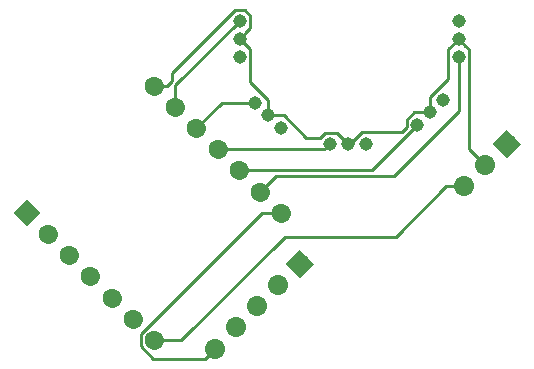
<source format=gbr>
G04 #@! TF.GenerationSoftware,KiCad,Pcbnew,(5.1.2)-2*
G04 #@! TF.CreationDate,2020-06-24T22:01:00-05:00*
G04 #@! TF.ProjectId,HallSensorDevBoard,48616c6c-5365-46e7-936f-72446576426f,rev?*
G04 #@! TF.SameCoordinates,Original*
G04 #@! TF.FileFunction,Copper,L1,Top*
G04 #@! TF.FilePolarity,Positive*
%FSLAX46Y46*%
G04 Gerber Fmt 4.6, Leading zero omitted, Abs format (unit mm)*
G04 Created by KiCad (PCBNEW (5.1.2)-2) date 2020-06-24 22:01:00*
%MOMM*%
%LPD*%
G04 APERTURE LIST*
%ADD10C,1.600000*%
%ADD11C,1.600000*%
%ADD12C,0.100000*%
%ADD13C,1.700000*%
%ADD14C,1.700000*%
%ADD15C,1.143000*%
%ADD16C,0.250000*%
G04 APERTURE END LIST*
D10*
X105518307Y-92855693D03*
D11*
X105518307Y-92855693D02*
X105518307Y-92855693D01*
D10*
X105518307Y-114408307D03*
D11*
X105518307Y-114408307D02*
X105518307Y-114408307D01*
D10*
X107314359Y-94651744D03*
D11*
X107314359Y-94651744D02*
X107314359Y-94651744D01*
D10*
X103722256Y-112612256D03*
D11*
X103722256Y-112612256D02*
X103722256Y-112612256D01*
D10*
X109110410Y-96447795D03*
D11*
X109110410Y-96447795D02*
X109110410Y-96447795D01*
D10*
X101926205Y-110816205D03*
D11*
X101926205Y-110816205D02*
X101926205Y-110816205D01*
D10*
X110906461Y-98243846D03*
D11*
X110906461Y-98243846D02*
X110906461Y-98243846D01*
D10*
X100130154Y-109020154D03*
D11*
X100130154Y-109020154D02*
X100130154Y-109020154D01*
D10*
X112702512Y-100039898D03*
D11*
X112702512Y-100039898D02*
X112702512Y-100039898D01*
D10*
X98334102Y-107224102D03*
D11*
X98334102Y-107224102D02*
X98334102Y-107224102D01*
D10*
X114498563Y-101835949D03*
D11*
X114498563Y-101835949D02*
X114498563Y-101835949D01*
D10*
X96538051Y-105428051D03*
D11*
X96538051Y-105428051D02*
X96538051Y-105428051D01*
D10*
X116294615Y-103632000D03*
D11*
X116294615Y-103632000D02*
X116294615Y-103632000D01*
D10*
X94742000Y-103632000D03*
D12*
G36*
X94742000Y-104763371D02*
G01*
X93610629Y-103632000D01*
X94742000Y-102500629D01*
X95873371Y-103632000D01*
X94742000Y-104763371D01*
X94742000Y-104763371D01*
G37*
D13*
X131789898Y-101382102D03*
D14*
X131789898Y-101382102D02*
X131789898Y-101382102D01*
D13*
X133585949Y-99586051D03*
D14*
X133585949Y-99586051D02*
X133585949Y-99586051D01*
D13*
X135382000Y-97790000D03*
D12*
G36*
X134179918Y-97790000D02*
G01*
X135382000Y-96587918D01*
X136584082Y-97790000D01*
X135382000Y-98992082D01*
X134179918Y-97790000D01*
X134179918Y-97790000D01*
G37*
D15*
X112776000Y-87376000D03*
X112776000Y-88900000D03*
X112776000Y-90424000D03*
X114102344Y-94290344D03*
X115179974Y-95367974D03*
X116257605Y-96445605D03*
X120396000Y-97790000D03*
X121920000Y-97790000D03*
X123444000Y-97790000D03*
X127818344Y-96209656D03*
X128895974Y-95132026D03*
X129973605Y-94054395D03*
X131318000Y-90424000D03*
X131318000Y-88900000D03*
X131318000Y-87376000D03*
D13*
X117856000Y-107950000D03*
D12*
G36*
X116653918Y-107950000D02*
G01*
X117856000Y-106747918D01*
X119058082Y-107950000D01*
X117856000Y-109152082D01*
X116653918Y-107950000D01*
X116653918Y-107950000D01*
G37*
D13*
X116059949Y-109746051D03*
D14*
X116059949Y-109746051D02*
X116059949Y-109746051D01*
D13*
X114263898Y-111542102D03*
D14*
X114263898Y-111542102D02*
X114263898Y-111542102D01*
D13*
X112467846Y-113338154D03*
D14*
X112467846Y-113338154D02*
X112467846Y-113338154D01*
D13*
X110671795Y-115134205D03*
D14*
X110671795Y-115134205D02*
X110671795Y-115134205D01*
D16*
X130421499Y-89796501D02*
X130421499Y-92336501D01*
X131318000Y-88900000D02*
X130421499Y-89796501D01*
X128895974Y-93862026D02*
X128895974Y-95132026D01*
X130421499Y-92336501D02*
X128895974Y-93862026D01*
X128087751Y-95132026D02*
X128895974Y-95132026D01*
X122117178Y-97790000D02*
X123133178Y-96774000D01*
X127569152Y-95132026D02*
X128087751Y-95132026D01*
X123133178Y-96774000D02*
X126492000Y-96774000D01*
X126492000Y-96774000D02*
X126921843Y-96344157D01*
X121920000Y-97790000D02*
X122117178Y-97790000D01*
X126921843Y-96344157D02*
X126921843Y-95779335D01*
X126921843Y-95779335D02*
X127569152Y-95132026D01*
X115988197Y-95367974D02*
X115179974Y-95367974D01*
X121920000Y-97790000D02*
X121023499Y-96893499D01*
X121023499Y-96893499D02*
X119965679Y-96893499D01*
X119965679Y-96893499D02*
X119577178Y-97282000D01*
X119577178Y-97282000D02*
X118420822Y-97282000D01*
X118420822Y-97282000D02*
X116506796Y-95367974D01*
X116506796Y-95367974D02*
X115988197Y-95367974D01*
X115179974Y-94559751D02*
X115179974Y-95367974D01*
X115179974Y-94041152D02*
X115179974Y-94559751D01*
X113672501Y-92533679D02*
X115179974Y-94041152D01*
X113672501Y-89796501D02*
X113672501Y-92533679D01*
X112776000Y-88900000D02*
X113672501Y-89796501D01*
X113347499Y-88328501D02*
X112776000Y-88900000D01*
X113672501Y-86945679D02*
X113672501Y-88003499D01*
X113206321Y-86479499D02*
X113672501Y-86945679D01*
X112345679Y-86479499D02*
X113206321Y-86479499D01*
X113672501Y-88003499D02*
X113347499Y-88328501D01*
X107049370Y-91775808D02*
X112345679Y-86479499D01*
X107049370Y-92456000D02*
X107049370Y-91775808D01*
X106649677Y-92855693D02*
X107049370Y-92456000D01*
X105518307Y-92855693D02*
X106649677Y-92855693D01*
X131889499Y-89471499D02*
X131318000Y-88900000D01*
X132214501Y-89796501D02*
X131889499Y-89471499D01*
X132214501Y-98214603D02*
X132214501Y-89796501D01*
X133585949Y-99586051D02*
X132214501Y-98214603D01*
X130265898Y-101382102D02*
X131789898Y-101382102D01*
X116586000Y-105664000D02*
X125984000Y-105664000D01*
X105518307Y-114408307D02*
X107841693Y-114408307D01*
X107841693Y-114408307D02*
X116586000Y-105664000D01*
X130265898Y-101382102D02*
X125984000Y-105664000D01*
X115844604Y-100489908D02*
X125824092Y-100489908D01*
X114498563Y-101835949D02*
X115844604Y-100489908D01*
X131318000Y-94996000D02*
X131318000Y-90424000D01*
X125824092Y-100489908D02*
X131318000Y-94996000D01*
X123988102Y-100039898D02*
X127818344Y-96209656D01*
X112702512Y-100039898D02*
X123988102Y-100039898D01*
X119942154Y-98243846D02*
X120396000Y-97790000D01*
X110906461Y-98243846D02*
X119942154Y-98243846D01*
X111267861Y-94290344D02*
X114102344Y-94290344D01*
X109110410Y-96447795D02*
X111267861Y-94290344D01*
X107314359Y-92837641D02*
X112776000Y-87376000D01*
X107314359Y-94651744D02*
X107314359Y-92837641D01*
X115163245Y-103632000D02*
X116294615Y-103632000D01*
X104393306Y-113868306D02*
X114629612Y-103632000D01*
X104393306Y-114948308D02*
X104393306Y-113868306D01*
X105429202Y-115984204D02*
X104393306Y-114948308D01*
X109821796Y-115984204D02*
X105429202Y-115984204D01*
X114629612Y-103632000D02*
X115163245Y-103632000D01*
X110671795Y-115134205D02*
X109821796Y-115984204D01*
M02*

</source>
